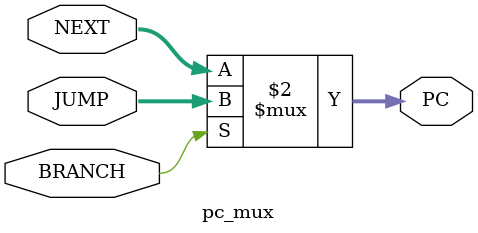
<source format=v>
`timescale 1ns / 1ps
module pc_mux(
		input [31:0] JUMP,
		input [31:0] NEXT,
		input BRANCH,
		output [31:0] PC
    );

	assign PC = (BRANCH == 1'b1) ? JUMP : NEXT;

endmodule

</source>
